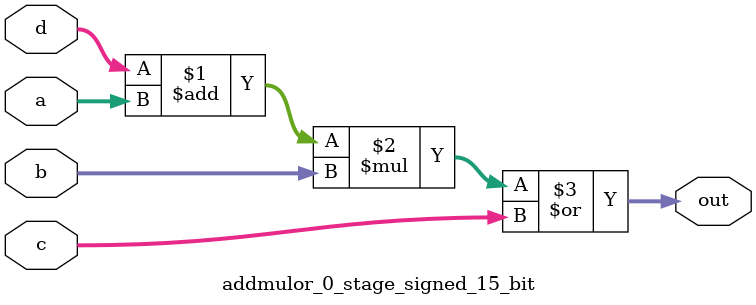
<source format=sv>
(* use_dsp = "yes" *) module addmulor_0_stage_signed_15_bit(
	input signed [14:0] a,
	input signed [14:0] b,
	input signed [14:0] c,
	input signed [14:0] d,
	output [14:0] out
	);

	assign out = ((d + a) * b) | c;
endmodule

</source>
